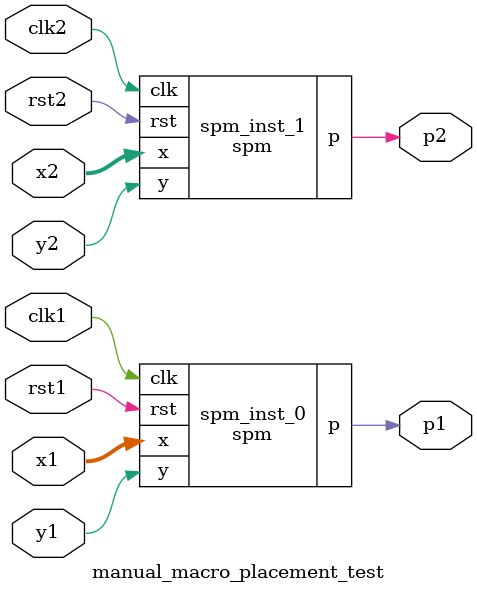
<source format=v>
`default_nettype none

module manual_macro_placement_test(
    clk1,
    clk2,
    rst1,
    rst2,
    x1,
    x2,
    y1,
    y2,
    p1,
    p2
);
    parameter size = 32;
    input clk1, rst1;
    input clk2, rst2;
    input y1;
    input y2;
    input[size-1:0] x1;
    input[size-1:0] x2;
    output p1;
    output p2;

    spm spm_inst_0 (.clk(clk1), .rst(rst1), .x(x1), .y(y1), .p(p1));
    spm spm_inst_1 (.clk(clk2), .rst(rst2), .x(x2), .y(y2), .p(p2));
endmodule

(* blackbox *)
module spm(clk, rst, x, y, p);
    parameter size = 32;
    input clk, rst;
    input y;
    input[size-1:0] x;
    output p;
endmodule

</source>
